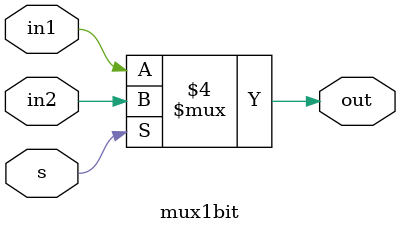
<source format=v>
`timescale 1ns / 1ps
module mux1bit(in1,in2, s,out);
input in1;
input in2;
output reg out;
input s;

always@(in1,in2,s) begin
if (s==0) out <= in1;
else out <= in2;
end


endmodule

</source>
